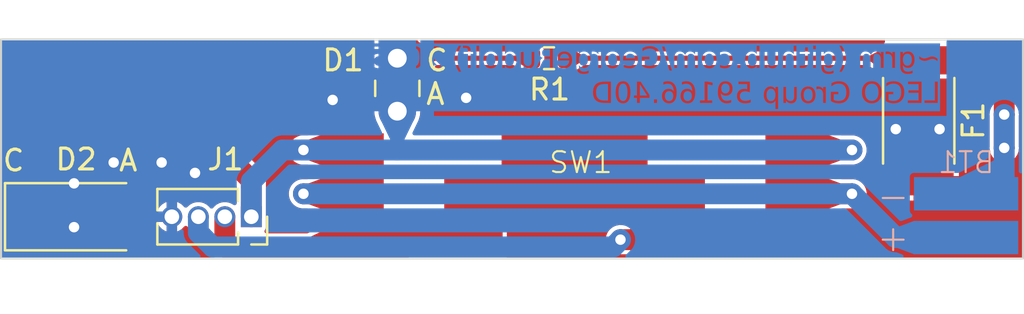
<source format=kicad_pcb>
(kicad_pcb (version 20221018) (generator pcbnew)
  (layers (0 "F.Cu" signal) (31 "B.Cu" signal) (34 "B.Paste" user) (35 "F.Paste" user) (36 "B.SilkS" user "B.Silkscreen") (37 "F.SilkS" user "F.Silkscreen") (38 "B.Mask" user) (39 "F.Mask" user) (44 "Edge.Cuts" user))
  (net 0 "")
  (net 1 "Net-(BT1-+)")
  (net 2 "Net-(BT1--)")
  (net 3 "Net-(D1-A)")
  (net 4 "Net-(J1-Pin_2)")
  (net 5 "Net-(J1-Pin_3)")
  (net 6 "/B-")
  (net 7 "Net-(D1-K)")
  (footprint "Diode_SMD:D_MELF" (layer "F.Cu") (at 104.6 58.5)
    (fp_text reference "D2" (at 0 -2.747) (layer "F.SilkS"))
    (fp_text value "SM4007")
    (fp_line (start -3.41 -1.61) (end -3.41 1.61) (stroke (width 0.12)) (layer "F.SilkS"))
    (fp_line (start -3.41 1.61) (end 2.4 1.61) (stroke (width 0.12)) (layer "F.SilkS"))
    (fp_line (start 2.4 -1.61) (end -3.41 -1.61) (stroke (width 0.12)) (layer "F.SilkS"))
    (pad "1" smd roundrect (at -2.4 0) (size 1.5 2.7) (layers "F.Cu" "F.Paste" "F.Mask") (roundrect_rratio 0.1666666667) (net 3 "Net-(D1-A)"))
    (pad "2" smd roundrect (at 2.4 0) (size 1.5 2.7) (layers "F.Cu" "F.Paste" "F.Mask") (roundrect_rratio 0.1666666667) (net 6 "/B-"))
  )
  (footprint "LED_THT:LED_Rectangular_W3.0mm_H2.0mm" (layer "F.Cu") (at 120 50.9 -90)
    (fp_text reference "D1" (at 0.1 2.6) (layer "F.SilkS"))
    (fp_text value "LED_Small")
    (fp_line (start 1.08 -1.06) (end 1.811 -1.06) (stroke (width 0.12)) (layer "F.SilkS"))
    (fp_line (start 1.08 1.06) (end 1.811 1.06) (stroke (width 0.12)) (layer "F.SilkS"))
    (pad "1" thru_hole rect (at 0 0 270) (size 1.8 1.8) (drill 0.9) (layers "*.Cu" "*.Mask") (net 7 "Net-(D1-K)"))
    (pad "2" thru_hole circle (at 2.54 0 270) (size 1.8 1.8) (drill 0.9) (layers "*.Cu" "*.Mask") (net 3 "Net-(D1-A)"))
  )
  (footprint "Fuse:Fuse_2512_6332Metric" (layer "F.Cu") (at 145 53.9 -90)
    (fp_text reference "F1" (at 0 -2.62 90) (layer "F.SilkS"))
    (fp_text value "Polyfuse_Small")
    (fp_line (start -2.052064 -1.71) (end 2.052064 -1.71) (stroke (width 0.12)) (layer "F.SilkS"))
    (fp_line (start -2.052064 1.71) (end 2.052064 1.71) (stroke (width 0.12)) (layer "F.SilkS"))
    (pad "1" smd roundrect (at -2.9 0 270) (size 1.35 3.35) (layers "F.Cu" "F.Paste" "F.Mask") (roundrect_rratio 0.1851851852) (net 2 "Net-(BT1--)"))
    (pad "2" smd roundrect (at 2.9 0 270) (size 1.35 3.35) (layers "F.Cu" "F.Paste" "F.Mask") (roundrect_rratio 0.1851851852) (net 6 "/B-"))
  )
  (footprint "Connector_PinSocket_1.27mm:PinSocket_1x04_P1.27mm_Vertical" (layer "F.Cu") (at 113 58.5 -90)
    (fp_text reference "J1" (at -2.747 1.24) (layer "F.SilkS"))
    (fp_text value "Conn_01x04")
    (fp_line (start -1.33 0.635) (end -1.33 4.505) (stroke (width 0.12)) (layer "F.SilkS"))
    (fp_line (start -1.33 0.635) (end -0.76 0.635) (stroke (width 0.12)) (layer "F.SilkS"))
    (fp_line (start -1.33 4.505) (end -0.30753 4.505) (stroke (width 0.12)) (layer "F.SilkS"))
    (fp_line (start 0 -0.76) (end 1.33 -0.76) (stroke (width 0.12)) (layer "F.SilkS"))
    (fp_line (start 0.30753 4.505) (end 1.33 4.505) (stroke (width 0.12)) (layer "F.SilkS"))
    (fp_line (start 0.76 0.635) (end 1.33 0.635) (stroke (width 0.12)) (layer "F.SilkS"))
    (fp_line (start 1.33 -0.76) (end 1.33 0) (stroke (width 0.12)) (layer "F.SilkS"))
    (fp_line (start 1.33 0.635) (end 1.33 4.505) (stroke (width 0.12)) (layer "F.SilkS"))
    (pad "1" thru_hole rect (at 0 0 270) (size 1 1) (drill 0.7) (layers "*.Cu" "*.Mask") (net 3 "Net-(D1-A)"))
    (pad "2" thru_hole oval (at 0 1.27 270) (size 1 1) (drill 0.7) (layers "*.Cu" "*.Mask") (net 4 "Net-(J1-Pin_2)"))
    (pad "3" thru_hole oval (at 0 2.54 270) (size 1 1) (drill 0.7) (layers "*.Cu" "*.Mask") (net 5 "Net-(J1-Pin_3)"))
    (pad "4" thru_hole oval (at 0 3.81 270) (size 1 1) (drill 0.7) (layers "*.Cu" "*.Mask") (net 6 "/B-"))
  )
  (footprint "Resistor_SMD:R_0603_1608Metric" (layer "F.Cu") (at 127.275 50.9 180)
    (fp_text reference "R1" (at -0.025 -1.5) (layer "F.SilkS"))
    (fp_text value "R_Small_US")
    (fp_line (start -0.237258 -0.5225) (end 0.237258 -0.5225) (stroke (width 0.12)) (layer "F.SilkS"))
    (fp_line (start -0.237258 0.5225) (end 0.237258 0.5225) (stroke (width 0.12)) (layer "F.SilkS"))
    (pad "1" smd roundrect (at -0.825 0 180) (size 0.8 0.95) (layers "F.Cu" "F.Paste" "F.Mask") (net 2 "Net-(BT1--)"))
    (pad "2" smd roundrect (at 0.825 0 180) (size 0.8 0.95) (layers "F.Cu" "F.Paste" "F.Mask") (net 7 "Net-(D1-K)"))
  )
  (footprint "lego_battery:SWITCH" (layer "F.Cu") (at 128.8 54.5)
    (fp_text reference "SW1" (at 0 1.4 unlocked) (layer "F.SilkS") (effects (font (thickness 0.1))))
    (fp_text value "SW_BATTERY_BOX")
    (pad "1" smd rect (at 7.4 5) (size 8.5 1.6) (layers "F.Cu" "F.Mask") (net 5 "Net-(J1-Pin_3)"))
    (pad "2" smd rect (at 10.25 2.9) (size 2.8 1.6) (layers "F.Cu" "F.Mask") (net 1 "Net-(BT1-+)"))
    (pad "3" smd rect (at 4.55 2.9) (size 2.8 1.6) (layers "F.Cu" "F.Mask") (net 6 "/B-"))
    (pad "4" smd rect (at 10.25 0.8) (size 2.8 1.6) (layers "F.Cu" "F.Mask") (net 3 "Net-(D1-A)"))
    (pad "5" smd rect (at -8 5) (size 8.5 1.6) (layers "F.Cu" "F.Mask") (net 4 "Net-(J1-Pin_2)"))
    (pad "6" smd rect (at -10.85 2.9) (size 2.8 1.6) (layers "F.Cu" "F.Mask") (net 1 "Net-(BT1-+)"))
    (pad "7" smd rect (at -5.15 2.9) (size 2.8 1.6) (layers "F.Cu" "F.Mask") (net 6 "/B-"))
    (pad "8" smd rect (at -10.85 0.8) (size 2.8 1.6) (layers "F.Cu" "F.Mask") (net 3 "Net-(D1-A)"))
  )
  (footprint "lego_battery:BATTERY" (layer "B.Cu") (at 147.275 56.6 180)
    (fp_text reference "BT1" (at 0 0.7 unlocked) (layer "B.SilkS") (effects (font (thickness 0.1)) (justify mirror)))
    (fp_text value "Battery")
    (fp_line (start 3 -3) (end 4 -3) (stroke (width 0.1)) (layer "B.SilkS"))
    (fp_line (start 3 -1) (end 4 -1) (stroke (width 0.1)) (layer "B.SilkS"))
    (fp_line (start 3.5 -3.5) (end 3.5 -2.5) (stroke (width 0.1)) (layer "B.SilkS"))
    (pad "1" smd rect (at 0 -2.9 180) (size 5 1.6) (layers "B.Cu" "B.Paste" "B.Mask") (net 1 "Net-(BT1-+)"))
    (pad "2" smd rect (at 0 -0.8 180) (size 5 1.6) (layers "B.Cu" "B.Paste" "B.Mask") (net 2 "Net-(BT1--)"))
  )
  (gr_rect (start 101 50) (end 150 60.5) (stroke (width 0.1)) (fill none) (layer "Edge.Cuts"))
  (gr_text "~grm (github.com/GeorgeRudolf) 2025\nLEGO Group 59166.40D" (at 146.05 53.213) (layer "B.Cu" knockout) (effects (font (size 1 1)) (justify left bottom mirror)))
  (gr_text "C      A" (at 101 56.388) (layer "F.SilkS") (effects (font (size 1 1)) (justify left bottom)))
  (gr_text "C\nA" (at 121.3 53.2) (layer "F.SilkS") (effects (font (size 1 1)) (justify left bottom)))
  (segment (start 117.95 57.4) (end 115.5 57.4) (width 1) (layer "F.Cu") (net 1))
  (segment (start 141.8 57.4) (end 139.05 57.4) (width 1) (layer "F.Cu") (net 1))
  (via (at 115.5 57.4) (size 1) (drill 0.5) (layers "F.Cu" "B.Cu") (net 1))
  (via (at 141.8 57.4) (size 1) (drill 0.5) (layers "F.Cu" "B.Cu") (net 1))
  (segment (start 147.275 59.5) (end 143.9 59.5) (width 1) (layer "B.Cu") (net 1))
  (segment (start 143.9 59.5) (end 141.8 57.4) (width 1) (layer "B.Cu") (net 1))
  (segment (start 115.5 57.4) (end 141.8 57.4) (width 1) (layer "B.Cu") (net 1))
  (segment (start 149.1 55.2) (end 149.1 53.6) (width 1) (layer "F.Cu") (net 2))
  (segment (start 148.3 51) (end 145 51) (width 1) (layer "F.Cu") (net 2))
  (segment (start 144.9 50.9) (end 145 51) (width 0.25) (layer "F.Cu") (net 2))
  (segment (start 149.1 53.6) (end 149.1 51.8) (width 1) (layer "F.Cu") (net 2))
  (segment (start 128.1 50.9) (end 144.9 50.9) (width 0.25) (layer "F.Cu") (net 2))
  (segment (start 149.1 51.8) (end 148.3 51) (width 1) (layer "F.Cu") (net 2))
  (via (at 149.1 53.6) (size 1) (drill 0.5) (layers "F.Cu" "B.Cu") (net 2))
  (via (at 149.1 55.2) (size 1) (drill 0.5) (layers "F.Cu" "B.Cu") (net 2))
  (segment (start 149.1 57.4) (end 149.1 55.2) (width 1) (layer "B.Cu") (net 2))
  (segment (start 149.1 55.2) (end 149.1 53.6) (width 1) (layer "B.Cu") (net 2))
  (segment (start 147.275 57.4) (end 149.1 57.4) (width 1) (layer "B.Cu") (net 2))
  (segment (start 139.05 55.3) (end 141.8 55.3) (width 1) (layer "F.Cu") (net 3))
  (segment (start 113 58.5) (end 113 56.75) (width 1) (layer "F.Cu") (net 3))
  (segment (start 103.9 54.3) (end 102.2 56) (width 1) (layer "F.Cu") (net 3))
  (segment (start 115.5 55.3) (end 117.95 55.3) (width 1) (layer "F.Cu") (net 3))
  (segment (start 113 56.75) (end 110.55 54.3) (width 1) (layer "F.Cu") (net 3))
  (segment (start 102.2 56) (end 102.2 58.5) (width 1) (layer "F.Cu") (net 3))
  (segment (start 110.55 54.3) (end 103.9 54.3) (width 1) (layer "F.Cu") (net 3))
  (via (at 115.5 55.3) (size 1) (drill 0.5) (layers "F.Cu" "B.Cu") (net 3))
  (via (at 141.8 55.3) (size 1) (drill 0.5) (layers "F.Cu" "B.Cu") (net 3))
  (segment (start 114.5 55.3) (end 115.5 55.3) (width 1) (layer "B.Cu") (net 3))
  (segment (start 141.8 55.3) (end 120 55.3) (width 1) (layer "B.Cu") (net 3))
  (segment (start 113 58.5) (end 113 56.8) (width 1) (layer "B.Cu") (net 3))
  (segment (start 120 53.44) (end 120 55.3) (width 0.25) (layer "B.Cu") (net 3))
  (segment (start 120 55.3) (end 115.5 55.3) (width 1) (layer "B.Cu") (net 3))
  (segment (start 113 56.8) (end 114.5 55.3) (width 1) (layer "B.Cu") (net 3))
  (segment (start 111.85 60) (end 120.3 60) (width 1) (layer "F.Cu") (net 4))
  (segment (start 111.73 59.88) (end 111.85 60) (width 1) (layer "F.Cu") (net 4))
  (segment (start 120.3 60) (end 120.8 59.5) (width 1) (layer "F.Cu") (net 4))
  (segment (start 111.73 58.5) (end 111.73 59.88) (width 1) (layer "F.Cu") (net 4))
  (segment (start 136.1 59.6) (end 136.2 59.5) (width 1) (layer "F.Cu") (net 5))
  (segment (start 130.7 59.6) (end 136.1 59.6) (width 1) (layer "F.Cu") (net 5))
  (via (at 130.7 59.6) (size 1) (drill 0.5) (layers "F.Cu" "B.Cu") (net 5))
  (segment (start 130.35 59.95) (end 130.7 59.6) (width 1) (layer "B.Cu") (net 5))
  (segment (start 110.46 59.26) (end 111.15 59.95) (width 1) (layer "B.Cu") (net 5))
  (segment (start 111.15 59.95) (end 130.35 59.95) (width 1) (layer "B.Cu") (net 5))
  (segment (start 110.46 58.5) (end 110.46 59.26) (width 1) (layer "B.Cu") (net 5))
  (segment (start 123.65 57.4) (end 133.35 57.4) (width 1.5) (layer "F.Cu") (net 6))
  (via (at 108.7 55.9) (size 1) (drill 0.5) (layers "F.Cu" "B.Cu") (net 6))
  (via (at 146 54.3) (size 1) (drill 0.5) (layers "F.Cu" "B.Cu") (net 6))
  (via (at 104.5 59) (size 1) (drill 0.5) (layers "F.Cu" "B.Cu") (net 6))
  (via (at 104.5 56.9) (size 1) (drill 0.5) (layers "F.Cu" "B.Cu") (net 6))
  (via (at 110.3 56.4) (size 1) (drill 0.5) (layers "F.Cu" "B.Cu") (net 6))
  (via (at 106.4 55.9) (size 1) (drill 0.5) (layers "F.Cu" "B.Cu") (net 6))
  (via (at 123.3 52.8) (size 1) (drill 0.5) (layers "F.Cu" "B.Cu") (net 6))
  (via (at 116.9 52.9) (size 1) (drill 0.5) (layers "F.Cu" "B.Cu") (net 6))
  (via (at 143.9 54.3) (size 1) (drill 0.5) (layers "F.Cu" "B.Cu") (net 6))
  (segment (start 126.45 50.9) (end 120 50.9) (width 0.25) (layer "F.Cu") (net 7))
  (zone (net 6) (net_name "/B-") (layers "F&B.Cu") (connect_pads (clearance 0.2)) (min_thickness 0.2) (fill yes (thermal_gap 0.25) (thermal_bridge_width 0.5))
    (polygon (pts (xy 101 50) (xy 101 60.5) (xy 150 60.5) (xy 150 50)))
  )
  (zone (net 0) (net_name "") (layers "F.Cu" "Edge.Cuts") (connect_pads (clearance 0)) (min_thickness 0.25)
    (keepout (tracks allowed) (vias not_allowed) (pads allowed) (copperpour not_allowed) (footprints allowed))
    (fill (thermal_gap 0.5) (thermal_bridge_width 0.5))
    (polygon (pts (xy 132 60.5) (xy 132 54) (xy 140.5 54) (xy 140.5 60.5)))
  )
  (zone (net 0) (net_name "") (layers "F.Cu" "Edge.Cuts") (connect_pads (clearance 0)) (min_thickness 0.25)
    (keepout (tracks allowed) (vias allowed) (pads allowed) (copperpour not_allowed) (footprints allowed))
    (fill (thermal_gap 0.5) (thermal_bridge_width 0.5))
    (polygon (pts (xy 116.5 60.5) (xy 116.5 54) (xy 125 54) (xy 125 60.5)))
  )
)
</source>
